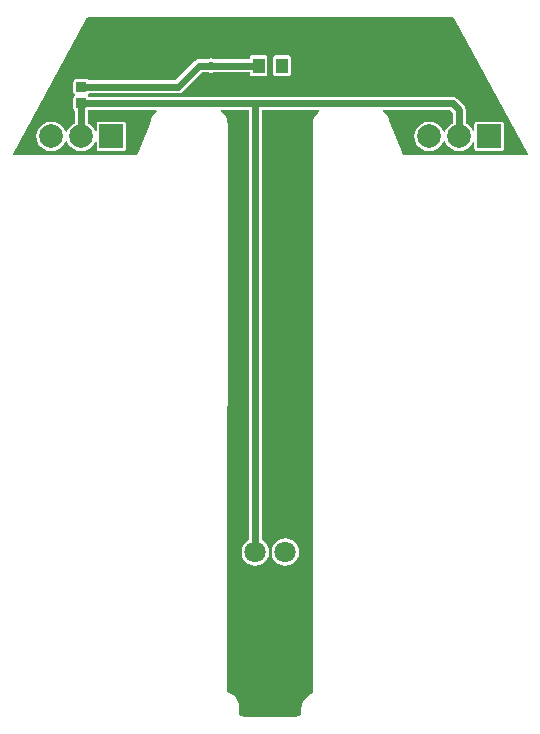
<source format=gtl>
G04 Layer_Physical_Order=1*
G04 Layer_Color=255*
%FSLAX44Y44*%
%MOMM*%
G71*
G01*
G75*
%ADD10R,0.8500X0.8500*%
%ADD11R,1.0000X1.2500*%
%ADD12C,0.6000*%
%ADD13C,1.8000*%
%ADD14R,2.0000X2.0000*%
%ADD15C,2.0000*%
%ADD16C,0.7000*%
G36*
X41565Y516122D02*
X40090Y514991D01*
X37883Y512114D01*
X36495Y508764D01*
X36022Y505170D01*
X36049D01*
X36051Y505168D01*
X36264Y23357D01*
X33056Y22028D01*
X30179Y19821D01*
X27972Y16944D01*
X26584Y13595D01*
X26111Y10000D01*
X26111D01*
X26182Y8759D01*
X26248Y5685D01*
X25633Y4764D01*
X24594Y4070D01*
X24387Y4029D01*
X23240Y3864D01*
X23904Y3961D01*
X23179Y3859D01*
X21939Y3844D01*
X21765Y3844D01*
X-21765D01*
X-21939Y3844D01*
X-23179Y3859D01*
X-23904Y3961D01*
X-23240Y3864D01*
X-24387Y4029D01*
X-24594Y4070D01*
X-25633Y4764D01*
X-26256Y5697D01*
X-26201Y10773D01*
X-26156Y11000D01*
X-26111D01*
X-26584Y14595D01*
X-27972Y17944D01*
X-30179Y20821D01*
X-33056Y23028D01*
X-36264Y24357D01*
X-36051Y504998D01*
X-36006Y505000D01*
X-36479Y508595D01*
X-37867Y511944D01*
X-40074Y514821D01*
X-41770Y516122D01*
X-41339Y517392D01*
X-18308D01*
Y153125D01*
X-18500Y153045D01*
X-20902Y151202D01*
X-22745Y148800D01*
X-23904Y146002D01*
X-24299Y143000D01*
X-23904Y139998D01*
X-22745Y137200D01*
X-20902Y134798D01*
X-18500Y132955D01*
X-15702Y131796D01*
X-12700Y131401D01*
X-9698Y131796D01*
X-6900Y132955D01*
X-4498Y134798D01*
X-2655Y137200D01*
X-1496Y139998D01*
X-1101Y143000D01*
X-1496Y146002D01*
X-2655Y148800D01*
X-4498Y151202D01*
X-6900Y153045D01*
X-7092Y153125D01*
Y517392D01*
X41133D01*
X41565Y516122D01*
D02*
G37*
G36*
X155390Y595390D02*
X156276Y594064D01*
X156333Y593778D01*
X156333Y593778D01*
X156447Y593535D01*
X156449Y593529D01*
X156454Y593521D01*
X156620Y593169D01*
X217964Y479935D01*
X217314Y478844D01*
X116235Y478844D01*
X116060Y478844D01*
X114822Y478859D01*
X114096Y478961D01*
X114760Y478864D01*
X113613Y479029D01*
X113406Y479070D01*
X112367Y479764D01*
X111673Y480803D01*
X111610Y481119D01*
X111610Y481119D01*
X111429Y481507D01*
X100998Y505983D01*
X100654Y508595D01*
X99266Y511944D01*
X97059Y514821D01*
X95363Y516122D01*
X95794Y517392D01*
X152177D01*
X154392Y515177D01*
Y506207D01*
X153696Y505919D01*
X151085Y503915D01*
X149081Y501304D01*
X147952Y498577D01*
X147950Y498577D01*
X146650D01*
X146648Y498577D01*
X145519Y501304D01*
X143515Y503915D01*
X140904Y505919D01*
X137863Y507178D01*
X134600Y507608D01*
X131337Y507178D01*
X128296Y505919D01*
X125685Y503915D01*
X123681Y501304D01*
X122422Y498263D01*
X121992Y495000D01*
X122422Y491737D01*
X123681Y488696D01*
X125685Y486085D01*
X128296Y484081D01*
X131337Y482822D01*
X134600Y482392D01*
X137863Y482822D01*
X140904Y484081D01*
X143515Y486085D01*
X145519Y488696D01*
X146648Y491423D01*
X146650Y491423D01*
X147950D01*
X147952Y491423D01*
X149081Y488696D01*
X151085Y486085D01*
X153696Y484081D01*
X156737Y482822D01*
X160000Y482392D01*
X163263Y482822D01*
X166304Y484081D01*
X168915Y486085D01*
X170919Y488696D01*
X171581Y490295D01*
X172851Y490042D01*
Y485000D01*
X173045Y484025D01*
X173598Y483198D01*
X174425Y482645D01*
X175400Y482451D01*
X195400D01*
X196376Y482645D01*
X197202Y483198D01*
X197755Y484025D01*
X197949Y485000D01*
Y505000D01*
X197755Y505975D01*
X197202Y506802D01*
X196376Y507355D01*
X195400Y507549D01*
X175400D01*
X174425Y507355D01*
X173598Y506802D01*
X173045Y505975D01*
X172851Y505000D01*
Y499958D01*
X171581Y499705D01*
X170919Y501304D01*
X168915Y503915D01*
X166304Y505919D01*
X165608Y506207D01*
Y517500D01*
X165181Y519646D01*
X163965Y521465D01*
X158465Y526965D01*
X156646Y528181D01*
X154500Y528608D01*
X-153651D01*
X-153948Y529052D01*
X-154149Y529187D01*
X-154228Y530473D01*
X-153320Y531392D01*
X-78000D01*
X-75854Y531819D01*
X-74035Y533035D01*
X-57677Y549392D01*
X-52407D01*
X-52341Y549348D01*
X-50000Y548882D01*
X-47659Y549348D01*
X-47593Y549392D01*
X-17549D01*
Y548750D01*
X-17355Y547775D01*
X-16802Y546948D01*
X-15975Y546395D01*
X-15000Y546201D01*
X-5000D01*
X-4025Y546395D01*
X-3198Y546948D01*
X-2645Y547775D01*
X-2451Y548750D01*
Y561250D01*
X-2645Y562225D01*
X-3198Y563052D01*
X-4025Y563605D01*
X-5000Y563799D01*
X-15000D01*
X-15975Y563605D01*
X-16802Y563052D01*
X-17355Y562225D01*
X-17549Y561250D01*
Y560608D01*
X-47593D01*
X-47659Y560652D01*
X-50000Y561118D01*
X-52341Y560652D01*
X-52407Y560608D01*
X-60000D01*
X-62146Y560181D01*
X-63965Y558965D01*
X-80323Y542608D01*
X-153651D01*
X-153948Y543052D01*
X-154775Y543605D01*
X-155750Y543799D01*
X-164250D01*
X-165226Y543605D01*
X-166052Y543052D01*
X-166605Y542225D01*
X-166799Y541250D01*
Y532750D01*
X-166605Y531775D01*
X-166052Y530948D01*
X-165694Y530708D01*
Y529292D01*
X-166052Y529052D01*
X-166605Y528225D01*
X-166799Y527250D01*
Y518750D01*
X-166605Y517775D01*
X-166052Y516948D01*
X-165608Y516651D01*
Y506207D01*
X-166304Y505919D01*
X-168915Y503915D01*
X-170919Y501304D01*
X-172048Y498577D01*
X-172050Y498577D01*
X-173350D01*
X-173352Y498577D01*
X-174481Y501304D01*
X-176485Y503915D01*
X-179096Y505919D01*
X-182137Y507178D01*
X-185400Y507608D01*
X-188663Y507178D01*
X-191704Y505919D01*
X-194315Y503915D01*
X-196319Y501304D01*
X-197578Y498263D01*
X-198008Y495000D01*
X-197578Y491737D01*
X-196319Y488696D01*
X-194315Y486085D01*
X-191704Y484081D01*
X-188663Y482822D01*
X-185400Y482392D01*
X-182137Y482822D01*
X-179096Y484081D01*
X-176485Y486085D01*
X-174481Y488696D01*
X-173352Y491423D01*
X-173350Y491423D01*
X-172050D01*
X-172048Y491423D01*
X-170919Y488696D01*
X-168915Y486085D01*
X-166304Y484081D01*
X-163263Y482822D01*
X-160000Y482392D01*
X-156737Y482822D01*
X-153696Y484081D01*
X-151085Y486085D01*
X-149081Y488696D01*
X-148419Y490295D01*
X-147149Y490042D01*
Y485000D01*
X-146955Y484025D01*
X-146402Y483198D01*
X-145576Y482645D01*
X-144600Y482451D01*
X-124600D01*
X-123625Y482645D01*
X-122798Y483198D01*
X-122245Y484025D01*
X-122051Y485000D01*
Y505000D01*
X-122245Y505975D01*
X-122798Y506802D01*
X-123625Y507355D01*
X-124600Y507549D01*
X-144600D01*
X-145576Y507355D01*
X-146402Y506802D01*
X-146955Y505975D01*
X-147149Y505000D01*
Y499958D01*
X-148419Y499705D01*
X-149081Y501304D01*
X-151085Y503915D01*
X-153696Y505919D01*
X-154392Y506207D01*
Y516651D01*
X-153948Y516948D01*
X-153651Y517392D01*
X-96578D01*
X-96147Y516122D01*
X-97843Y514821D01*
X-100050Y511944D01*
X-101438Y508595D01*
X-101800Y505844D01*
X-111012Y482562D01*
X-111137Y482248D01*
X-111606Y481128D01*
X-111687Y480975D01*
X-111612Y481115D01*
X-112153Y480092D01*
X-111687Y480975D01*
X-112199Y480015D01*
X-112367Y479764D01*
X-113406Y479070D01*
X-113613Y479029D01*
X-114760Y478864D01*
X-114096Y478961D01*
X-113613Y479029D01*
X-113574Y479036D01*
X-114096Y478961D01*
X-114822Y478859D01*
X-116061Y478844D01*
X-116235Y478844D01*
X-217314Y478844D01*
X-217964Y479935D01*
X-156877Y592696D01*
X-156620Y593169D01*
X-156454Y593521D01*
X-156449Y593529D01*
X-156333Y593778D01*
X-155761Y594835D01*
X-155390Y595390D01*
X-154244Y596156D01*
X154244D01*
X155390Y595390D01*
D02*
G37*
%LPC*%
G36*
X-24426Y4036D02*
X-24387Y4029D01*
X-23904Y3961D01*
X-24426Y4036D01*
D02*
G37*
G36*
X24426D02*
X23904Y3961D01*
X24387Y4029D01*
X24426Y4036D01*
D02*
G37*
G36*
X12700Y154599D02*
X9698Y154204D01*
X6900Y153045D01*
X4498Y151202D01*
X2655Y148800D01*
X1496Y146002D01*
X1101Y143000D01*
X1496Y139998D01*
X2655Y137200D01*
X4498Y134798D01*
X6900Y132955D01*
X9698Y131796D01*
X12700Y131401D01*
X15702Y131796D01*
X18500Y132955D01*
X20902Y134798D01*
X22745Y137200D01*
X23904Y139998D01*
X24299Y143000D01*
X23904Y146002D01*
X22745Y148800D01*
X20902Y151202D01*
X18500Y153045D01*
X15702Y154204D01*
X12700Y154599D01*
D02*
G37*
G36*
X15000Y563799D02*
X5000D01*
X4025Y563605D01*
X3198Y563052D01*
X2645Y562225D01*
X2451Y561250D01*
Y548750D01*
X2645Y547775D01*
X3198Y546948D01*
X4025Y546395D01*
X5000Y546201D01*
X15000D01*
X15975Y546395D01*
X16802Y546948D01*
X17355Y547775D01*
X17549Y548750D01*
Y561250D01*
X17355Y562225D01*
X16802Y563052D01*
X15975Y563605D01*
X15000Y563799D01*
D02*
G37*
G36*
X113574Y479036D02*
X113613Y479029D01*
X114096Y478961D01*
X113574Y479036D01*
D02*
G37*
%LPD*%
D10*
X-160000Y537000D02*
D03*
Y523000D02*
D03*
D11*
X10000Y555000D02*
D03*
X-10000D02*
D03*
D12*
X-12500Y523000D02*
X154500D01*
X-160000D02*
X-12500D01*
X-12700Y522800D02*
X-12500Y523000D01*
X160000Y495000D02*
Y517500D01*
X154500Y523000D02*
X160000Y517500D01*
X-50000Y555000D02*
X-10000D01*
X-60000D02*
X-50000D01*
X-78000Y537000D02*
X-60000Y555000D01*
X-160000Y537000D02*
X-78000D01*
X-160000Y495000D02*
Y523000D01*
X-12700Y143000D02*
Y522800D01*
D13*
X12700Y143000D02*
D03*
X-12700D02*
D03*
D14*
X185400Y495000D02*
D03*
X-134600D02*
D03*
D15*
X160000D02*
D03*
X134600D02*
D03*
X-160000D02*
D03*
X-185400D02*
D03*
D16*
X-50000Y555000D02*
D03*
M02*

</source>
